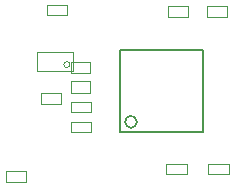
<source format=gbr>
G04*
G04 #@! TF.GenerationSoftware,Altium Limited,Altium Designer,23.1.1 (15)*
G04*
G04 Layer_Color=16711935*
%FSLAX25Y25*%
%MOIN*%
G70*
G04*
G04 #@! TF.SameCoordinates,1495F0C7-D67D-4403-963C-54D1E027F531*
G04*
G04*
G04 #@! TF.FilePolarity,Positive*
G04*
G01*
G75*
%ADD15C,0.00591*%
%ADD63C,0.00394*%
D15*
X443732Y318764D02*
G03*
X443732Y318764I-1969J0D01*
G01*
X465779Y315220D02*
Y342779D01*
X438221Y315220D02*
Y342779D01*
X465779D01*
X438221Y315220D02*
X465779D01*
D63*
X421406Y337850D02*
G03*
X421406Y337850I-1000J0D01*
G01*
X418347Y324728D02*
Y328272D01*
X411654Y324728D02*
Y328272D01*
X418347D01*
X411654Y324728D02*
X418347D01*
X410594Y342150D02*
X422405D01*
X410594Y335850D02*
Y342150D01*
Y335850D02*
X422405D01*
Y342150D01*
X400170Y298728D02*
X406863D01*
X400170Y302272D02*
X406863D01*
Y298728D02*
Y302272D01*
X400170Y298728D02*
Y302272D01*
X421654Y325471D02*
X428346D01*
X421654Y321928D02*
X428346D01*
X421654D02*
Y325471D01*
X428346Y321928D02*
Y325471D01*
X421752Y332269D02*
X428248D01*
X421752Y328529D02*
X428248D01*
X421752D02*
Y332269D01*
X428248Y328529D02*
Y332269D01*
X421752Y338870D02*
X428248D01*
X421752Y335130D02*
X428248D01*
X421752D02*
Y338870D01*
X428248Y335130D02*
Y338870D01*
X413865Y357772D02*
X420557D01*
X413865Y354228D02*
X420557D01*
X413865D02*
Y357772D01*
X420557Y354228D02*
Y357772D01*
X467154Y353728D02*
Y357272D01*
X473846Y353728D02*
Y357272D01*
X467154D02*
X473846D01*
X467154Y353728D02*
X473846D01*
X460847D02*
Y357272D01*
X454153Y353728D02*
Y357272D01*
Y353728D02*
X460847D01*
X454153Y357272D02*
X460847D01*
X421654Y318772D02*
X428346D01*
X421654Y315228D02*
X428346D01*
X421654D02*
Y318772D01*
X428346Y315228D02*
Y318772D01*
X453606Y304772D02*
X460299D01*
X453606Y301228D02*
X460299D01*
X453606D02*
Y304772D01*
X460299Y301228D02*
Y304772D01*
X467606Y304772D02*
X474299D01*
X467606Y301228D02*
X474299D01*
X467606D02*
Y304772D01*
X474299Y301228D02*
Y304772D01*
M02*

</source>
